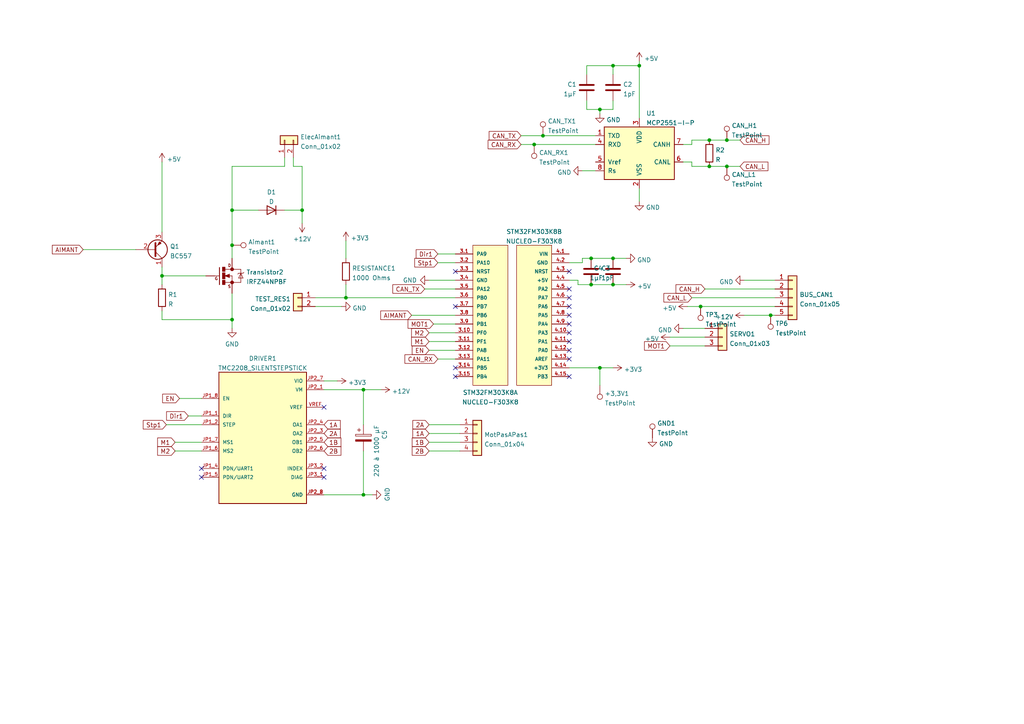
<source format=kicad_sch>
(kicad_sch (version 20211123) (generator eeschema)
  (paper "A4")
  (lib_symbols
    (symbol "Connector:TestPoint" (pin_numbers hide) (pin_names (offset 0.762) hide)
      (property "Reference" "TP" (at 0 6.858 0))
      (property "Value" "TestPoint" (at 0 5.08 0))
      (symbol "TestPoint_0_1"
        (circle (center 0 3.302) (radius 0.762))
      )
      (symbol "TestPoint_1_1"
        (pin passive line (at 0 0 90) (length 2.54) (name "1") (number "1"))
      )
    )
    (symbol "Connector_Generic:Conn_01x02" (pin_names (offset 1.016) hide)
      (property "Reference" "J" (at 0 2.54 0))
      (property "Value" "Conn_01x02" (at 0 -5.08 0))
      (symbol "Conn_01x02_1_1"
        (rectangle (start -1.27 -2.413) (end 0 -2.667) (stroke (width 0.1524)))
        (rectangle (start -1.27 0.127) (end 0 -0.127) (stroke (width 0.1524)))
        (rectangle (start -1.27 1.27) (end 1.27 -3.81) (stroke (width 0.254)) (fill (type background)))
        (pin passive line (at -5.08 0 0) (length 3.81) (name "Pin_1") (number "1"))
        (pin passive line (at -5.08 -2.54 0) (length 3.81) (name "Pin_2") (number "2"))
      )
    )
    (symbol "Connector_Generic:Conn_01x03" (pin_names (offset 1.016) hide)
      (property "Reference" "J" (at 0 5.08 0))
      (property "Value" "Conn_01x03" (at 0 -5.08 0))
      (symbol "Conn_01x03_1_1"
        (rectangle (start -1.27 -2.413) (end 0 -2.667) (stroke (width 0.1524)))
        (rectangle (start -1.27 0.127) (end 0 -0.127) (stroke (width 0.1524)))
        (rectangle (start -1.27 2.667) (end 0 2.413) (stroke (width 0.1524)))
        (rectangle (start -1.27 3.81) (end 1.27 -3.81) (stroke (width 0.254)) (fill (type background)))
        (pin passive line (at -5.08 2.54 0) (length 3.81) (name "Pin_1") (number "1"))
        (pin passive line (at -5.08 0 0) (length 3.81) (name "Pin_2") (number "2"))
        (pin passive line (at -5.08 -2.54 0) (length 3.81) (name "Pin_3") (number "3"))
      )
    )
    (symbol "Connector_Generic:Conn_01x04" (pin_names (offset 1.016) hide)
      (property "Reference" "J" (at 0 5.08 0))
      (property "Value" "Conn_01x04" (at 0 -7.62 0))
      (symbol "Conn_01x04_1_1"
        (rectangle (start -1.27 -4.953) (end 0 -5.207) (stroke (width 0.1524)))
        (rectangle (start -1.27 -2.413) (end 0 -2.667) (stroke (width 0.1524)))
        (rectangle (start -1.27 0.127) (end 0 -0.127) (stroke (width 0.1524)))
        (rectangle (start -1.27 2.667) (end 0 2.413) (stroke (width 0.1524)))
        (rectangle (start -1.27 3.81) (end 1.27 -6.35) (stroke (width 0.254)) (fill (type background)))
        (pin passive line (at -5.08 2.54 0) (length 3.81) (name "Pin_1") (number "1"))
        (pin passive line (at -5.08 0 0) (length 3.81) (name "Pin_2") (number "2"))
        (pin passive line (at -5.08 -2.54 0) (length 3.81) (name "Pin_3") (number "3"))
        (pin passive line (at -5.08 -5.08 0) (length 3.81) (name "Pin_4") (number "4"))
      )
    )
    (symbol "Connector_Generic:Conn_01x05" (pin_names (offset 1.016) hide)
      (property "Reference" "J" (at 0 7.62 0))
      (property "Value" "Conn_01x05" (at 0 -7.62 0))
      (symbol "Conn_01x05_1_1"
        (rectangle (start -1.27 -4.953) (end 0 -5.207) (stroke (width 0.1524)))
        (rectangle (start -1.27 -2.413) (end 0 -2.667) (stroke (width 0.1524)))
        (rectangle (start -1.27 0.127) (end 0 -0.127) (stroke (width 0.1524)))
        (rectangle (start -1.27 2.667) (end 0 2.413) (stroke (width 0.1524)))
        (rectangle (start -1.27 5.207) (end 0 4.953) (stroke (width 0.1524)))
        (rectangle (start -1.27 6.35) (end 1.27 -6.35) (stroke (width 0.254)) (fill (type background)))
        (pin passive line (at -5.08 5.08 0) (length 3.81) (name "Pin_1") (number "1"))
        (pin passive line (at -5.08 2.54 0) (length 3.81) (name "Pin_2") (number "2"))
        (pin passive line (at -5.08 0 0) (length 3.81) (name "Pin_3") (number "3"))
        (pin passive line (at -5.08 -2.54 0) (length 3.81) (name "Pin_4") (number "4"))
        (pin passive line (at -5.08 -5.08 0) (length 3.81) (name "Pin_5") (number "5"))
      )
    )
    (symbol "Device:C" (pin_numbers hide) (pin_names (offset 0.254))
      (property "Reference" "C" (at 0.635 2.54 0))
      (property "Value" "C" (at 0.635 -2.54 0))
      (symbol "C_0_1"
        (polyline (pts (xy -2.032 -0.762) (xy 2.032 -0.762)) (stroke (width 0.508)))
        (polyline (pts (xy -2.032 0.762) (xy 2.032 0.762)) (stroke (width 0.508)))
      )
      (symbol "C_1_1"
        (pin passive line (at 0 3.81 270) (length 2.794) (name "~") (number "1"))
        (pin passive line (at 0 -3.81 90) (length 2.794) (name "~") (number "2"))
      )
    )
    (symbol "Device:C_Polarized" (pin_numbers hide) (pin_names (offset 0.254))
      (property "Reference" "C" (at 0.635 2.54 0))
      (property "Value" "C_Polarized" (at 0.635 -2.54 0))
      (symbol "C_Polarized_0_1"
        (rectangle (start -2.286 0.508) (end 2.286 1.016))
        (polyline (pts (xy -1.778 2.286) (xy -0.762 2.286)))
        (polyline (pts (xy -1.27 2.794) (xy -1.27 1.778)))
        (rectangle (start 2.286 -0.508) (end -2.286 -1.016) (fill (type outline)))
      )
      (symbol "C_Polarized_1_1"
        (pin passive line (at 0 3.81 270) (length 2.794) (name "~") (number "1"))
        (pin passive line (at 0 -3.81 90) (length 2.794) (name "~") (number "2"))
      )
    )
    (symbol "Device:D" (pin_numbers hide) (pin_names (offset 1.016) hide)
      (property "Reference" "D" (at 0 2.54 0))
      (property "Value" "D" (at 0 -2.54 0))
      (symbol "D_0_1"
        (polyline (pts (xy -1.27 1.27) (xy -1.27 -1.27)) (stroke (width 0.254)))
        (polyline (pts (xy 1.27 0) (xy -1.27 0)))
        (polyline (pts (xy 1.27 1.27) (xy 1.27 -1.27) (xy -1.27 0) (xy 1.27 1.27)) (stroke (width 0.254)))
      )
      (symbol "D_1_1"
        (pin passive line (at -3.81 0 0) (length 2.54) (name "K") (number "1"))
        (pin passive line (at 3.81 0 180) (length 2.54) (name "A") (number "2"))
      )
    )
    (symbol "Device:R" (pin_numbers hide) (pin_names (offset 0))
      (property "Reference" "R" (at 2.032 0 90))
      (property "Value" "R" (at 0 0 90))
      (symbol "R_0_1"
        (rectangle (start -1.016 -2.54) (end 1.016 2.54) (stroke (width 0.254)))
      )
      (symbol "R_1_1"
        (pin passive line (at 0 3.81 270) (length 1.27) (name "~") (number "1"))
        (pin passive line (at 0 -3.81 90) (length 1.27) (name "~") (number "2"))
      )
    )
    (symbol "IRFZ44NPBF:IRFZ44NPBF" (pin_numbers hide) (pin_names (offset 1.016) hide)
      (property "Reference" "U" (at 5.08 2.54 0))
      (property "Value" "IRFZ44NPBF" (at 5.08 0 0))
      (symbol "IRFZ44NPBF_0_0"
        (rectangle (start -2.794 -2.54) (end -2.032 -1.27) (fill (type outline)))
        (rectangle (start -2.794 -0.889) (end -2.032 0.889) (fill (type outline)))
        (rectangle (start -2.794 1.27) (end -2.032 2.54) (fill (type outline)))
        (circle (center 0 -1.905) (radius 0.127) (stroke (width 0.4064)))
        (polyline (pts (xy -3.81 0) (xy -5.08 0)) (stroke (width 0.1524)))
        (polyline (pts (xy -3.6576 2.413) (xy -3.6576 -2.54)) (stroke (width 0.254)))
        (polyline (pts (xy -2.032 -1.905) (xy 0 -1.905)) (stroke (width 0.1524)))
        (polyline (pts (xy -2.032 0) (xy -0.762 -0.508)) (stroke (width 0.1524)))
        (polyline (pts (xy -1.778 0) (xy -0.889 -0.254)) (stroke (width 0.3048)))
        (polyline (pts (xy -0.889 -0.254) (xy -0.889 0)) (stroke (width 0.3048)))
        (polyline (pts (xy -0.889 0) (xy -1.143 0)) (stroke (width 0.3048)))
        (polyline (pts (xy -0.889 0) (xy 0 0)) (stroke (width 0.1524)))
        (polyline (pts (xy -0.889 0.254) (xy -1.778 0)) (stroke (width 0.3048)))
        (polyline (pts (xy -0.762 -0.508) (xy -0.762 0.508)) (stroke (width 0.1524)))
        (polyline (pts (xy -0.762 0.508) (xy -2.032 0)) (stroke (width 0.1524)))
        (polyline (pts (xy 0 -1.905) (xy 0 -2.54)) (stroke (width 0.1524)))
        (polyline (pts (xy 0 0) (xy 0 -1.905)) (stroke (width 0.1524)))
        (polyline (pts (xy 0 1.905) (xy -2.0066 1.905)) (stroke (width 0.1524)))
        (polyline (pts (xy 0 1.905) (xy 2.54 1.905)) (stroke (width 0.1524)))
        (polyline (pts (xy 0 2.54) (xy 0 1.905)) (stroke (width 0.1524)))
        (polyline (pts (xy 1.905 -0.635) (xy 3.175 -0.635)) (stroke (width 0.1524)))
        (polyline (pts (xy 1.905 0.762) (xy 1.651 0.508)) (stroke (width 0.1524)))
        (polyline (pts (xy 1.905 0.762) (xy 2.54 0.762)) (stroke (width 0.1524)))
        (polyline (pts (xy 2.54 -1.905) (xy 0 -1.905)) (stroke (width 0.1524)))
        (polyline (pts (xy 2.54 0.762) (xy 1.905 -0.635)) (stroke (width 0.1524)))
        (polyline (pts (xy 2.54 0.762) (xy 2.54 -1.905)) (stroke (width 0.1524)))
        (polyline (pts (xy 2.54 0.762) (xy 3.175 0.762)) (stroke (width 0.1524)))
        (polyline (pts (xy 2.54 1.905) (xy 2.54 0.762)) (stroke (width 0.1524)))
        (polyline (pts (xy 3.175 -0.635) (xy 2.54 0.762)) (stroke (width 0.1524)))
        (polyline (pts (xy 3.175 0.762) (xy 3.429 1.016)) (stroke (width 0.1524)))
        (circle (center 0 1.905) (radius 0.127) (stroke (width 0.4064)))
        (text "D" (at -1.27 2.54 0) (effects (font (size 0.8128 0.8128)) (justify left bottom)))
        (text "G" (at -5.08 -1.27 0) (effects (font (size 0.8128 0.8128)) (justify left bottom)))
        (text "S" (at -1.27 -3.556 0) (effects (font (size 0.8128 0.8128)) (justify left bottom)))
        (pin passive line (at -7.62 0 0) (length 2.54) (name "~") (number "1"))
        (pin passive line (at 0 5.08 270) (length 2.54) (name "~") (number "2"))
        (pin passive line (at 0 -5.08 90) (length 2.54) (name "~") (number "3"))
      )
    )
    (symbol "Interface_CAN_LIN:MCP2551-I-P" (pin_names (offset 1.016))
      (property "Reference" "U" (at -10.16 8.89 0))
      (property "Value" "MCP2551-I-P" (at 2.54 8.89 0))
      (symbol "MCP2551-I-P_0_1"
        (rectangle (start -10.16 7.62) (end 10.16 -7.62) (stroke (width 0.254)) (fill (type background)))
      )
      (symbol "MCP2551-I-P_1_1"
        (pin input line (at -12.7 5.08 0) (length 2.54) (name "TXD") (number "1"))
        (pin power_in line (at 0 -10.16 90) (length 2.54) (name "VSS") (number "2"))
        (pin power_in line (at 0 10.16 270) (length 2.54) (name "VDD") (number "3"))
        (pin output line (at -12.7 2.54 0) (length 2.54) (name "RXD") (number "4"))
        (pin power_out line (at -12.7 -2.54 0) (length 2.54) (name "Vref") (number "5"))
        (pin bidirectional line (at 12.7 -2.54 180) (length 2.54) (name "CANL") (number "6"))
        (pin bidirectional line (at 12.7 2.54 180) (length 2.54) (name "CANH") (number "7"))
        (pin input line (at -12.7 -5.08 0) (length 2.54) (name "Rs") (number "8"))
      )
    )
    (symbol "NUCLEO-F303K8:NUCLEO-F303K8" (pin_names (offset 1.016))
      (property "Reference" "A" (at -5.08 20.8534 0))
      (property "Value" "NUCLEO-F303K8" (at -5.08 -22.6314 0))
      (symbol "NUCLEO-F303K8_1_0"
        (rectangle (start -5.08 -20.32) (end 5.08 20.32) (stroke (width 0.1524)) (fill (type background)))
        (pin bidirectional line (at 10.16 17.78 180) (length 5.08) (name "PA9") (number "3.1"))
        (pin bidirectional line (at 10.16 -5.08 180) (length 5.08) (name "PF0") (number "3.10"))
        (pin bidirectional line (at 10.16 -7.62 180) (length 5.08) (name "PF1") (number "3.11"))
        (pin bidirectional line (at 10.16 -10.16 180) (length 5.08) (name "PA8") (number "3.12"))
        (pin bidirectional line (at 10.16 -12.7 180) (length 5.08) (name "PA11") (number "3.13"))
        (pin bidirectional line (at 10.16 -15.24 180) (length 5.08) (name "PB5") (number "3.14"))
        (pin bidirectional line (at 10.16 -17.78 180) (length 5.08) (name "PB4") (number "3.15"))
        (pin bidirectional line (at 10.16 15.24 180) (length 5.08) (name "PA10") (number "3.2"))
        (pin bidirectional line (at 10.16 12.7 180) (length 5.08) (name "NRST") (number "3.3"))
        (pin bidirectional line (at 10.16 10.16 180) (length 5.08) (name "GND") (number "3.4"))
        (pin bidirectional line (at 10.16 7.62 180) (length 5.08) (name "PA12") (number "3.5"))
        (pin bidirectional line (at 10.16 5.08 180) (length 5.08) (name "PB0") (number "3.6"))
        (pin bidirectional line (at 10.16 2.54 180) (length 5.08) (name "PB7") (number "3.7"))
        (pin bidirectional line (at 10.16 0 180) (length 5.08) (name "PB6") (number "3.8"))
        (pin bidirectional line (at 10.16 -2.54 180) (length 5.08) (name "PB1") (number "3.9"))
      )
      (symbol "NUCLEO-F303K8_2_0"
        (rectangle (start -5.08 -20.32) (end 5.08 20.32) (stroke (width 0.1524)) (fill (type background)))
        (pin bidirectional line (at 10.16 17.78 180) (length 5.08) (name "VIN") (number "4.1"))
        (pin bidirectional line (at 10.16 -5.08 180) (length 5.08) (name "PA3") (number "4.10"))
        (pin bidirectional line (at 10.16 -7.62 180) (length 5.08) (name "PA1") (number "4.11"))
        (pin bidirectional line (at 10.16 -10.16 180) (length 5.08) (name "PA0") (number "4.12"))
        (pin bidirectional line (at 10.16 -12.7 180) (length 5.08) (name "AREF") (number "4.13"))
        (pin bidirectional line (at 10.16 -15.24 180) (length 5.08) (name "+3V3") (number "4.14"))
        (pin bidirectional line (at 10.16 -17.78 180) (length 5.08) (name "PB3") (number "4.15"))
        (pin bidirectional line (at 10.16 15.24 180) (length 5.08) (name "GND") (number "4.2"))
        (pin bidirectional line (at 10.16 12.7 180) (length 5.08) (name "NRST") (number "4.3"))
        (pin bidirectional line (at 10.16 10.16 180) (length 5.08) (name "+5V") (number "4.4"))
        (pin bidirectional line (at 10.16 7.62 180) (length 5.08) (name "PA2") (number "4.5"))
        (pin bidirectional line (at 10.16 5.08 180) (length 5.08) (name "PA7") (number "4.6"))
        (pin bidirectional line (at 10.16 2.54 180) (length 5.08) (name "PA6") (number "4.7"))
        (pin bidirectional line (at 10.16 0 180) (length 5.08) (name "PA5") (number "4.8"))
        (pin bidirectional line (at 10.16 -2.54 180) (length 5.08) (name "PA4") (number "4.9"))
      )
    )
    (symbol "TMC2208_SILENTSTEPSTICK:TMC2208_SILENTSTEPSTICK" (pin_names (offset 1.016))
      (property "Reference" "U" (at -12.7 19.05 0))
      (property "Value" "TMC2208_SILENTSTEPSTICK" (at -12.7 -22.86 0))
      (symbol "TMC2208_SILENTSTEPSTICK_0_0"
        (rectangle (start -12.7 -20.32) (end 12.7 17.78) (stroke (width 0.254)) (fill (type background)))
        (pin input line (at -17.78 5.08 0) (length 5.08) (name "DIR") (number "JP1_1"))
        (pin input line (at -17.78 2.54 0) (length 5.08) (name "STEP") (number "JP1_2"))
        (pin bidirectional line (at -17.78 -10.16 0) (length 5.08) (name "PDN/UART1") (number "JP1_4"))
        (pin bidirectional line (at -17.78 -12.7 0) (length 5.08) (name "PDN/UART2") (number "JP1_5"))
        (pin input line (at -17.78 -5.08 0) (length 5.08) (name "MS2") (number "JP1_6"))
        (pin input line (at -17.78 -2.54 0) (length 5.08) (name "MS1") (number "JP1_7"))
        (pin input line (at -17.78 10.16 0) (length 5.08) (name "EN") (number "JP1_8"))
        (pin power_in line (at 17.78 12.7 180) (length 5.08) (name "VM") (number "JP2_1"))
        (pin power_in line (at 17.78 -17.78 180) (length 5.08) (name "GND") (number "JP2_2"))
        (pin passive line (at 17.78 0 180) (length 5.08) (name "OA2") (number "JP2_3"))
        (pin passive line (at 17.78 2.54 180) (length 5.08) (name "OA1") (number "JP2_4"))
        (pin passive line (at 17.78 -2.54 180) (length 5.08) (name "OB1") (number "JP2_5"))
        (pin passive line (at 17.78 -5.08 180) (length 5.08) (name "OB2") (number "JP2_6"))
        (pin power_in line (at 17.78 15.24 180) (length 5.08) (name "VIO") (number "JP2_7"))
        (pin power_in line (at 17.78 -17.78 180) (length 5.08) (name "GND") (number "JP2_8"))
        (pin output line (at 17.78 -12.7 180) (length 5.08) (name "DIAG") (number "JP3_1"))
        (pin output line (at 17.78 -10.16 180) (length 5.08) (name "INDEX") (number "JP3_2"))
        (pin passive line (at 17.78 7.62 180) (length 5.08) (name "VREF") (number "VREF"))
      )
    )
    (symbol "Transistor_BJT:BC557" (pin_names (offset 0) hide)
      (property "Reference" "Q" (at 5.08 1.905 0))
      (property "Value" "BC557" (at 5.08 0 0))
      (symbol "BC557_0_1"
        (polyline (pts (xy 0.635 0.635) (xy 2.54 2.54)))
        (polyline (pts (xy 0.635 -0.635) (xy 2.54 -2.54) (xy 2.54 -2.54)))
        (polyline (pts (xy 0.635 1.905) (xy 0.635 -1.905) (xy 0.635 -1.905)) (stroke (width 0.508)))
        (polyline (pts (xy 2.286 -1.778) (xy 1.778 -2.286) (xy 1.27 -1.27) (xy 2.286 -1.778) (xy 2.286 -1.778)) (fill (type outline)))
        (circle (center 1.27 0) (radius 2.8194) (stroke (width 0.254)))
      )
      (symbol "BC557_1_1"
        (pin passive line (at 2.54 5.08 270) (length 2.54) (name "C") (number "1"))
        (pin input line (at -5.08 0 0) (length 5.715) (name "B") (number "2"))
        (pin passive line (at 2.54 -5.08 90) (length 2.54) (name "E") (number "3"))
      )
    )
    (symbol "power:+12V" (power) (pin_names (offset 0))
      (property "Value" "+12V" (at 0 3.556 0))
      (symbol "+12V_0_1"
        (polyline (pts (xy -0.762 1.27) (xy 0 2.54)))
        (polyline (pts (xy 0 0) (xy 0 2.54)))
        (polyline (pts (xy 0 2.54) (xy 0.762 1.27)))
      )
      (symbol "+12V_1_1"
        (pin power_in line (at 0 0 90) (length 0) hide (name "+12V") (number "1"))
      )
    )
    (symbol "power:+3.3V" (power) (pin_names (offset 0))
      (property "Value" "+3.3V" (at 0 3.556 0))
      (symbol "+3.3V_0_1"
        (polyline (pts (xy -0.762 1.27) (xy 0 2.54)))
        (polyline (pts (xy 0 0) (xy 0 2.54)))
        (polyline (pts (xy 0 2.54) (xy 0.762 1.27)))
      )
      (symbol "+3.3V_1_1"
        (pin power_in line (at 0 0 90) (length 0) hide (name "+3V3") (number "1"))
      )
    )
    (symbol "power:+5V" (power) (pin_names (offset 0))
      (property "Value" "+5V" (at 0 3.556 0))
      (symbol "+5V_0_1"
        (polyline (pts (xy -0.762 1.27) (xy 0 2.54)))
        (polyline (pts (xy 0 0) (xy 0 2.54)))
        (polyline (pts (xy 0 2.54) (xy 0.762 1.27)))
      )
      (symbol "+5V_1_1"
        (pin power_in line (at 0 0 90) (length 0) hide (name "+5V") (number "1"))
      )
    )
    (symbol "power:GND" (power) (pin_names (offset 0))
      (property "Value" "GND" (at 0 -3.81 0))
      (symbol "GND_0_1"
        (polyline (pts (xy 0 0) (xy 0 -1.27) (xy 1.27 -1.27) (xy 0 -2.54) (xy -1.27 -1.27) (xy 0 -1.27)))
      )
      (symbol "GND_1_1"
        (pin power_in line (at 0 0 270) (length 0) hide (name "GND") (number "1"))
      )
    )
  )
  (junction (at 210.82 48.26))
  (junction (at 203.2 88.9))
  (junction (at 177.8 82.55))
  (junction (at 205.74 40.64))
  (junction (at 177.8 74.93))
  (junction (at 67.31 60.96))
  (junction (at 205.74 48.26))
  (junction (at 105.41 143.51))
  (junction (at 100.33 86.36))
  (junction (at 67.31 71.12))
  (junction (at 171.45 82.55))
  (junction (at 177.8 19.05))
  (junction (at 173.99 31.75))
  (junction (at 210.82 40.64))
  (junction (at 157.48 39.37))
  (junction (at 223.52 91.44))
  (junction (at 105.41 113.03))
  (junction (at 46.99 80.01))
  (junction (at 185.42 19.05))
  (junction (at 173.99 106.68))
  (junction (at 67.31 92.71))
  (junction (at 87.63 60.96))
  (junction (at 171.45 74.93))
  (junction (at 154.94 41.91))
  (no_connect (at 165.1 83.82))
  (no_connect (at 165.1 86.36))
  (no_connect (at 132.08 78.74))
  (no_connect (at 132.08 88.9))
  (no_connect (at 132.08 106.68))
  (no_connect (at 132.08 109.22))
  (no_connect (at 58.42 135.89))
  (no_connect (at 93.98 135.89))
  (no_connect (at 93.98 138.43))
  (no_connect (at 93.98 118.11))
  (no_connect (at 165.1 88.9))
  (no_connect (at 165.1 91.44))
  (no_connect (at 165.1 93.98))
  (no_connect (at 165.1 96.52))
  (no_connect (at 165.1 99.06))
  (no_connect (at 165.1 101.6))
  (no_connect (at 165.1 78.74))
  (no_connect (at 165.1 104.14))
  (no_connect (at 165.1 109.22))
  (no_connect (at 58.42 138.43))
  (wire (pts (xy 203.2 88.9) (xy 224.79 88.9)))
  (wire (pts (xy 127 73.66) (xy 132.08 73.66)))
  (wire (pts (xy 171.45 74.93) (xy 177.8 74.93)))
  (wire (pts (xy 124.46 96.52) (xy 132.08 96.52)))
  (wire (pts (xy 124.46 125.73) (xy 133.35 125.73)))
  (wire (pts (xy 154.94 41.91) (xy 172.72 41.91)))
  (wire (pts (xy 67.31 71.12) (xy 67.31 74.93)))
  (wire (pts (xy 127 104.14) (xy 132.08 104.14)))
  (wire (pts (xy 200.66 41.91) (xy 200.66 40.64)))
  (wire (pts (xy 204.47 83.82) (xy 224.79 83.82)))
  (wire (pts (xy 170.18 29.21) (xy 170.18 31.75)))
  (wire (pts (xy 194.31 97.79) (xy 204.47 97.79)))
  (wire (pts (xy 91.44 86.36) (xy 100.33 86.36)))
  (wire (pts (xy 100.33 86.36) (xy 132.08 86.36)))
  (wire (pts (xy 173.99 31.75) (xy 173.99 33.02)))
  (wire (pts (xy 119.38 91.44) (xy 132.08 91.44)))
  (wire (pts (xy 87.63 48.26) (xy 87.63 60.96)))
  (wire (pts (xy 200.66 40.64) (xy 205.74 40.64)))
  (wire (pts (xy 170.18 19.05) (xy 177.8 19.05)))
  (wire (pts (xy 165.1 106.68) (xy 173.99 106.68)))
  (wire (pts (xy 85.09 48.26) (xy 87.63 48.26)))
  (wire (pts (xy 124.46 101.6) (xy 132.08 101.6)))
  (wire (pts (xy 200.66 48.26) (xy 205.74 48.26)))
  (wire (pts (xy 105.41 143.51) (xy 107.95 143.51)))
  (wire (pts (xy 46.99 90.17) (xy 46.99 92.71)))
  (wire (pts (xy 205.74 40.64) (xy 210.82 40.64)))
  (wire (pts (xy 177.8 29.21) (xy 177.8 31.75)))
  (wire (pts (xy 185.42 17.78) (xy 185.42 19.05)))
  (wire (pts (xy 123.19 83.82) (xy 132.08 83.82)))
  (wire (pts (xy 52.07 115.57) (xy 58.42 115.57)))
  (wire (pts (xy 67.31 85.09) (xy 67.31 92.71)))
  (wire (pts (xy 67.31 60.96) (xy 74.93 60.96)))
  (wire (pts (xy 223.52 91.44) (xy 224.79 91.44)))
  (wire (pts (xy 168.91 74.93) (xy 171.45 74.93)))
  (wire (pts (xy 46.99 46.99) (xy 46.99 67.31)))
  (wire (pts (xy 151.13 41.91) (xy 154.94 41.91)))
  (wire (pts (xy 198.12 41.91) (xy 200.66 41.91)))
  (wire (pts (xy 46.99 80.01) (xy 46.99 82.55)))
  (wire (pts (xy 125.73 93.98) (xy 132.08 93.98)))
  (wire (pts (xy 210.82 48.26) (xy 214.63 48.26)))
  (wire (pts (xy 165.1 76.2) (xy 168.91 76.2)))
  (wire (pts (xy 199.39 88.9) (xy 203.2 88.9)))
  (wire (pts (xy 67.31 60.96) (xy 67.31 71.12)))
  (wire (pts (xy 93.98 143.51) (xy 105.41 143.51)))
  (wire (pts (xy 85.09 45.72) (xy 85.09 48.26)))
  (wire (pts (xy 210.82 40.64) (xy 214.63 40.64)))
  (wire (pts (xy 185.42 54.61) (xy 185.42 58.42)))
  (wire (pts (xy 177.8 19.05) (xy 177.8 21.59)))
  (wire (pts (xy 167.64 81.28) (xy 167.64 82.55)))
  (wire (pts (xy 100.33 82.55) (xy 100.33 86.36)))
  (wire (pts (xy 157.48 39.37) (xy 172.72 39.37)))
  (wire (pts (xy 177.8 19.05) (xy 185.42 19.05)))
  (wire (pts (xy 168.91 76.2) (xy 168.91 74.93)))
  (wire (pts (xy 165.1 81.28) (xy 167.64 81.28)))
  (wire (pts (xy 198.12 95.25) (xy 204.47 95.25)))
  (wire (pts (xy 67.31 92.71) (xy 67.31 95.25)))
  (wire (pts (xy 105.41 113.03) (xy 105.41 123.19)))
  (wire (pts (xy 215.9 91.44) (xy 223.52 91.44)))
  (wire (pts (xy 171.45 82.55) (xy 177.8 82.55)))
  (wire (pts (xy 46.99 92.71) (xy 67.31 92.71)))
  (wire (pts (xy 124.46 99.06) (xy 132.08 99.06)))
  (wire (pts (xy 185.42 19.05) (xy 185.42 34.29)))
  (wire (pts (xy 105.41 113.03) (xy 110.49 113.03)))
  (wire (pts (xy 50.8 130.81) (xy 58.42 130.81)))
  (wire (pts (xy 173.99 31.75) (xy 177.8 31.75)))
  (wire (pts (xy 82.55 60.96) (xy 87.63 60.96)))
  (wire (pts (xy 173.99 106.68) (xy 173.99 111.76)))
  (wire (pts (xy 54.61 120.65) (xy 58.42 120.65)))
  (wire (pts (xy 124.46 130.81) (xy 133.35 130.81)))
  (wire (pts (xy 200.66 86.36) (xy 224.79 86.36)))
  (wire (pts (xy 170.18 31.75) (xy 173.99 31.75)))
  (wire (pts (xy 100.33 69.85) (xy 100.33 74.93)))
  (wire (pts (xy 67.31 60.96) (xy 67.31 48.26)))
  (wire (pts (xy 170.18 21.59) (xy 170.18 19.05)))
  (wire (pts (xy 205.74 48.26) (xy 210.82 48.26)))
  (wire (pts (xy 177.8 74.93) (xy 181.61 74.93)))
  (wire (pts (xy 67.31 48.26) (xy 82.55 48.26)))
  (wire (pts (xy 198.12 46.99) (xy 200.66 46.99)))
  (wire (pts (xy 173.99 106.68) (xy 177.8 106.68)))
  (wire (pts (xy 124.46 128.27) (xy 133.35 128.27)))
  (wire (pts (xy 124.46 123.19) (xy 133.35 123.19)))
  (wire (pts (xy 50.8 128.27) (xy 58.42 128.27)))
  (wire (pts (xy 200.66 46.99) (xy 200.66 48.26)))
  (wire (pts (xy 151.13 39.37) (xy 157.48 39.37)))
  (wire (pts (xy 194.31 100.33) (xy 204.47 100.33)))
  (wire (pts (xy 24.13 72.39) (xy 39.37 72.39)))
  (wire (pts (xy 87.63 60.96) (xy 87.63 64.77)))
  (wire (pts (xy 168.91 49.53) (xy 172.72 49.53)))
  (wire (pts (xy 93.98 113.03) (xy 105.41 113.03)))
  (wire (pts (xy 167.64 82.55) (xy 171.45 82.55)))
  (wire (pts (xy 105.41 130.81) (xy 105.41 143.51)))
  (wire (pts (xy 127 76.2) (xy 132.08 76.2)))
  (wire (pts (xy 215.9 81.28) (xy 224.79 81.28)))
  (wire (pts (xy 46.99 80.01) (xy 59.69 80.01)))
  (wire (pts (xy 124.46 81.28) (xy 132.08 81.28)))
  (wire (pts (xy 46.99 77.47) (xy 46.99 80.01)))
  (wire (pts (xy 99.06 88.9) (xy 91.44 88.9)))
  (wire (pts (xy 93.98 110.49) (xy 97.79 110.49)))
  (wire (pts (xy 48.26 123.19) (xy 58.42 123.19)))
  (wire (pts (xy 177.8 82.55) (xy 181.61 82.55)))
  (wire (pts (xy 82.55 45.72) (xy 82.55 48.26)))
  (global_label "2A" (shape input) (at 124.46 123.19 180) (property "Intersheet References" "${INTERSHEET_REFS}" (effects hide)))
  (global_label "1B" (shape input) (at 93.98 128.27 0) (property "Intersheet References" "${INTERSHEET_REFS}" (effects hide)))
  (global_label "MOT1" (shape input) (at 194.31 100.33 180) (property "Intersheet References" "${INTERSHEET_REFS}" (effects hide)))
  (global_label "2B" (shape input) (at 93.98 130.81 0) (property "Intersheet References" "${INTERSHEET_REFS}" (effects hide)))
  (global_label "Stp1" (shape input) (at 48.26 123.19 180) (property "Intersheet References" "${INTERSHEET_REFS}" (effects hide)))
  (global_label "Dir1" (shape input) (at 127 73.66 180) (property "Intersheet References" "${INTERSHEET_REFS}" (effects hide)))
  (global_label "CAN_L" (shape input) (at 214.63 48.26 0) (property "Intersheet References" "${INTERSHEET_REFS}" (effects hide)))
  (global_label "M2" (shape input) (at 124.46 96.52 180) (property "Intersheet References" "${INTERSHEET_REFS}" (effects hide)))
  (global_label "CAN_RX" (shape input) (at 127 104.14 180) (property "Intersheet References" "${INTERSHEET_REFS}" (effects hide)))
  (global_label "CAN_TX" (shape input) (at 151.13 39.37 180) (property "Intersheet References" "${INTERSHEET_REFS}" (effects hide)))
  (global_label "2B" (shape input) (at 124.46 130.81 180) (property "Intersheet References" "${INTERSHEET_REFS}" (effects hide)))
  (global_label "M1" (shape input) (at 124.46 99.06 180) (property "Intersheet References" "${INTERSHEET_REFS}" (effects hide)))
  (global_label "CAN_L" (shape input) (at 200.66 86.36 180) (property "Intersheet References" "${INTERSHEET_REFS}" (effects hide)))
  (global_label "CAN_TX" (shape input) (at 123.19 83.82 180) (property "Intersheet References" "${INTERSHEET_REFS}" (effects hide)))
  (global_label "CAN_H" (shape input) (at 204.47 83.82 180) (property "Intersheet References" "${INTERSHEET_REFS}" (effects hide)))
  (global_label "AIMANT" (shape input) (at 24.13 72.39 180) (property "Intersheet References" "${INTERSHEET_REFS}" (effects hide)))
  (global_label "EN" (shape input) (at 52.07 115.57 180) (property "Intersheet References" "${INTERSHEET_REFS}" (effects hide)))
  (global_label "Stp1" (shape input) (at 127 76.2 180) (property "Intersheet References" "${INTERSHEET_REFS}" (effects hide)))
  (global_label "1B" (shape input) (at 124.46 128.27 180) (property "Intersheet References" "${INTERSHEET_REFS}" (effects hide)))
  (global_label "2A" (shape input) (at 93.98 125.73 0) (property "Intersheet References" "${INTERSHEET_REFS}" (effects hide)))
  (global_label "M2" (shape input) (at 50.8 130.81 180) (property "Intersheet References" "${INTERSHEET_REFS}" (effects hide)))
  (global_label "MOT1" (shape input) (at 125.73 93.98 180) (property "Intersheet References" "${INTERSHEET_REFS}" (effects hide)))
  (global_label "CAN_RX" (shape input) (at 151.13 41.91 180) (property "Intersheet References" "${INTERSHEET_REFS}" (effects hide)))
  (global_label "M1" (shape input) (at 50.8 128.27 180) (property "Intersheet References" "${INTERSHEET_REFS}" (effects hide)))
  (global_label "Dir1" (shape input) (at 54.61 120.65 180) (property "Intersheet References" "${INTERSHEET_REFS}" (effects hide)))
  (global_label "CAN_H" (shape input) (at 214.63 40.64 0) (property "Intersheet References" "${INTERSHEET_REFS}" (effects hide)))
  (global_label "AIMANT" (shape input) (at 119.38 91.44 180) (property "Intersheet References" "${INTERSHEET_REFS}" (effects hide)))
  (global_label "1A" (shape input) (at 124.46 125.73 180) (property "Intersheet References" "${INTERSHEET_REFS}" (effects hide)))
  (global_label "EN" (shape input) (at 124.46 101.6 180) (property "Intersheet References" "${INTERSHEET_REFS}" (effects hide)))
  (global_label "1A" (shape input) (at 93.98 123.19 0) (property "Intersheet References" "${INTERSHEET_REFS}" (effects hide)))
  (symbol (lib_id "Device:C") (at 177.8 78.74 0) (unit 1)
    (property "Reference" "C4" (at 174.879 77.8315 0) (effects (justify right)))
    (property "Value" "1µF" (at 174.879 80.6066 0) (effects (justify right)))
    (property "Footprint" "Capacitor_SMD:C_1206_3216Metric" (effects hide))
  )
  (symbol (lib_id "Connector:TestPoint") (at 223.52 91.44 180) (unit 1)
    (property "Reference" "TP6" (at 224.917 93.8335 0) (effects (justify right)))
    (property "Value" "TestPoint" (at 224.917 96.6086 0) (effects (justify right)))
    (property "Footprint" "TestPoint:TestPoint_Pad_D2.0mm" (effects hide))
  )
  (symbol (lib_id "Device:C") (at 177.8 25.4 0) (unit 1)
    (property "Reference" "C2" (at 180.721 24.4915 0) (effects (justify left)))
    (property "Value" "1pF" (at 180.721 27.2666 0) (effects (justify left)))
    (property "Footprint" "Capacitor_SMD:C_1206_3216Metric" (effects hide))
  )
  (symbol (lib_id "power:+5V") (at 199.39 88.9 90) (mirror x) (unit 1)
    (property "Reference" "#PWR0120" (effects hide))
    (property "Value" "+5V" (at 196.2151 89.379 90) (effects (justify left)))
  )
  (symbol (lib_id "power:GND") (at 189.23 127 0) (unit 1)
    (property "Reference" "#PWR0122" (effects hide))
    (property "Value" "GND" (at 191.135 128.749 0) (effects (justify left)))
  )
  (symbol (lib_id "Connector_Generic:Conn_01x02") (at 86.36 86.36 0) (mirror y) (unit 1)
    (property "Reference" "TEST_RES1" (at 84.328 86.7215 0) (effects (justify left)))
    (property "Value" "Conn_01x02" (at 84.328 89.4966 0) (effects (justify left)))
    (property "Footprint" "Connector_PinSocket_2.54mm:PinSocket_1x02_P2.54mm_Vertical" (effects hide))
  )
  (symbol (lib_id "power:GND") (at 215.9 81.28 270) (unit 1)
    (property "Reference" "#PWR0108" (effects hide))
    (property "Value" "GND" (at 212.7251 81.759 90) (effects (justify right)))
  )
  (symbol (lib_id "Connector:TestPoint") (at 154.94 41.91 180) (unit 1)
    (property "Reference" "CAN_RX1" (at 156.337 44.3035 0) (effects (justify right)))
    (property "Value" "TestPoint" (at 156.337 47.0786 0) (effects (justify right)))
    (property "Footprint" "TestPoint:TestPoint_Pad_D2.0mm" (effects hide))
  )
  (symbol (lib_id "NUCLEO-F303K8:NUCLEO-F303K8") (at 154.94 91.44 0) (unit 2)
    (property "Reference" "STM32FM303K8" (at 154.94 67.2043 0))
    (property "Value" "NUCLEO-F303K8" (at 154.94 69.9794 0))
    (property "Footprint" "empreinte:iou" (effects hide))
    (property "MANUFACTURER" "ST Microelectronics" (effects hide))
    (property "STANDARD" "Manufacturer rEcommendation" (effects hide))
    (property "PARTREV" "3" (effects hide))
  )
  (symbol (lib_id "power:GND") (at 168.91 49.53 270) (unit 1)
    (property "Reference" "#PWR0119" (effects hide))
    (property "Value" "GND" (at 165.7351 50.009 90) (effects (justify right)))
  )
  (symbol (lib_id "power:+5V") (at 194.31 97.79 90) (mirror x) (unit 1)
    (property "Reference" "#PWR0121" (effects hide))
    (property "Value" "+5V" (at 191.1351 98.269 90) (effects (justify left)))
  )
  (symbol (lib_id "Connector:TestPoint") (at 67.31 71.12 270) (unit 1)
    (property "Reference" "Aimant1" (at 72.009 70.2115 90) (effects (justify left)))
    (property "Value" "TestPoint" (at 72.009 72.9866 90) (effects (justify left)))
    (property "Footprint" "TestPoint:TestPoint_Pad_D2.0mm" (effects hide))
  )
  (symbol (lib_id "Interface_CAN_LIN:MCP2551-I-P") (at 185.42 44.45 0) (unit 1)
    (property "Reference" "U1" (at 187.4394 32.8635 0) (effects (justify left)))
    (property "Value" "MCP2551-I-P" (at 187.4394 35.6386 0) (effects (justify left)))
    (property "Footprint" "Package_DIP:DIP-8_W7.62mm" (effects hide))
    (property "Datasheet" "http://ww1.microchip.com/downloads/en/devicedoc/21667d.pdf" (effects hide))
  )
  (symbol (lib_id "Device:R") (at 205.74 44.45 0) (unit 1)
    (property "Reference" "R2" (at 207.518 43.5415 0) (effects (justify left)))
    (property "Value" "R" (at 207.518 46.3166 0) (effects (justify left)))
    (property "Footprint" "Resistor_THT:R_Axial_DIN0309_L9.0mm_D3.2mm_P12.70mm_Horizontal" (effects hide))
  )
  (symbol (lib_id "Connector_Generic:Conn_01x02") (at 82.55 40.64 90) (unit 1)
    (property "Reference" "ElecAimant1" (at 87.122 39.7315 90) (effects (justify right)))
    (property "Value" "Conn_01x02" (at 87.122 42.5066 90) (effects (justify right)))
    (property "Footprint" "Connector_JST:JST_PH_B2B-PH-K_1x02_P2.00mm_Vertical" (effects hide))
  )
  (symbol (lib_id "NUCLEO-F303K8:NUCLEO-F303K8") (at 142.24 91.44 0) (mirror y) (unit 1)
    (property "Reference" "STM32FM303K8" (at 142.24 113.8587 0))
    (property "Value" "NUCLEO-F303K8" (at 142.24 116.6338 0))
    (property "Footprint" "empreinte:iou" (effects hide))
    (property "MANUFACTURER" "ST Microelectronics" (effects hide))
    (property "STANDARD" "Manufacturer rEcommendation" (effects hide))
    (property "PARTREV" "3" (effects hide))
  )
  (symbol (lib_id "power:+5V") (at 46.99 46.99 0) (unit 1)
    (property "Reference" "#PWR0118" (effects hide))
    (property "Value" "+5V" (at 48.387 46.199 0) (effects (justify left)))
  )
  (symbol (lib_id "power:+12V") (at 110.49 113.03 270) (mirror x) (unit 1)
    (property "Reference" "#PWR0117" (effects hide))
    (property "Value" "+12V" (at 113.665 113.509 90) (effects (justify left)))
  )
  (symbol (lib_id "power:+12V") (at 87.63 64.77 180) (unit 1)
    (property "Reference" "#PWR0112" (effects hide))
    (property "Value" "+12V" (at 87.63 69.3325 0))
  )
  (symbol (lib_id "power:GND") (at 99.06 88.9 90) (mirror x) (unit 1)
    (property "Reference" "#PWR0102" (effects hide))
    (property "Value" "GND" (at 102.2349 89.379 90) (effects (justify right)))
  )
  (symbol (lib_id "Transistor_BJT:BC557") (at 44.45 72.39 0) (mirror x) (unit 1)
    (property "Reference" "Q1" (at 49.3014 71.4815 0) (effects (justify left)))
    (property "Value" "BC557" (at 49.3014 74.2566 0) (effects (justify left)))
    (property "Footprint" "Package_TO_SOT_THT:TO-92_Inline" (effects hide))
    (property "Datasheet" "https://www.onsemi.com/pub/Collateral/BC556BTA-D.pdf" (effects hide))
  )
  (symbol (lib_id "Connector:TestPoint") (at 203.2 88.9 180) (unit 1)
    (property "Reference" "TP3" (at 204.597 91.2935 0) (effects (justify right)))
    (property "Value" "TestPoint" (at 204.597 94.0686 0) (effects (justify right)))
    (property "Footprint" "TestPoint:TestPoint_Pad_D2.0mm" (effects hide))
  )
  (symbol (lib_id "Connector_Generic:Conn_01x04") (at 138.43 125.73 0) (unit 1)
    (property "Reference" "MotPasAPas1" (at 140.462 126.0915 0) (effects (justify left)))
    (property "Value" "Conn_01x04" (at 140.462 128.8666 0) (effects (justify left)))
    (property "Footprint" "Connector_PinSocket_2.54mm:PinSocket_1x04_P2.54mm_Vertical" (effects hide))
  )
  (symbol (lib_id "Connector:TestPoint") (at 210.82 40.64 0) (unit 1)
    (property "Reference" "CAN_H1" (at 212.217 36.4295 0) (effects (justify left)))
    (property "Value" "TestPoint" (at 212.217 39.2046 0) (effects (justify left)))
    (property "Footprint" "TestPoint:TestPoint_Pad_D2.0mm" (effects hide))
  )
  (symbol (lib_id "Device:R") (at 46.99 86.36 180) (unit 1)
    (property "Reference" "R1" (at 48.768 85.4515 0) (effects (justify right)))
    (property "Value" "R" (at 48.768 88.2266 0) (effects (justify right)))
    (property "Footprint" "Resistor_THT:R_Axial_DIN0207_L6.3mm_D2.5mm_P15.24mm_Horizontal" (effects hide))
  )
  (symbol (lib_id "power:+12V") (at 215.9 91.44 90) (mirror x) (unit 1)
    (property "Reference" "#PWR0115" (effects hide))
    (property "Value" "+12V" (at 212.725 91.919 90) (effects (justify left)))
  )
  (symbol (lib_id "power:+5V") (at 185.42 17.78 0) (unit 1)
    (property "Reference" "#PWR0109" (effects hide))
    (property "Value" "+5V" (at 186.817 16.989 0) (effects (justify left)))
  )
  (symbol (lib_id "power:+3.3V") (at 100.33 69.85 0) (unit 1)
    (property "Reference" "#PWR0116" (effects hide))
    (property "Value" "+3.3V" (at 101.727 69.059 0) (effects (justify left)))
  )
  (symbol (lib_id "TMC2208_SILENTSTEPSTICK:TMC2208_SILENTSTEPSTICK") (at 76.2 125.73 0) (unit 1)
    (property "Reference" "DRIVER1" (at 76.2 103.9835 0))
    (property "Value" "TMC2208_SILENTSTEPSTICK" (at 76.2 106.7586 0))
    (property "Footprint" "MODULE_TMC2208_SILENTSTEPSTICK" (effects hide))
    (property "MANUFACTURER" "Trinamic Motion" (effects hide))
  )
  (symbol (lib_id "Device:C_Polarized") (at 105.41 127 0) (unit 1)
    (property "Reference" "C5" (at 111.5355 126.111 90))
    (property "Value" "220 à 1000 µF" (at 109.22 130.81 90))
    (property "Footprint" "Capacitor_SMD:C_Elec_8x10.2" (effects hide))
  )
  (symbol (lib_id "power:GND") (at 124.46 81.28 270) (mirror x) (unit 1)
    (property "Reference" "#PWR0110" (effects hide))
    (property "Value" "GND" (at 116.84 81.28 90) (effects (justify left)))
  )
  (symbol (lib_id "Connector:TestPoint") (at 210.82 48.26 180) (unit 1)
    (property "Reference" "CAN_L1" (at 212.217 50.6535 0) (effects (justify right)))
    (property "Value" "TestPoint" (at 212.217 53.4286 0) (effects (justify right)))
    (property "Footprint" "TestPoint:TestPoint_Pad_D2.0mm" (effects hide))
  )
  (symbol (lib_id "power:GND") (at 67.31 95.25 0) (unit 1)
    (property "Reference" "#PWR0114" (effects hide))
    (property "Value" "GND" (at 67.31 99.8125 0))
  )
  (symbol (lib_id "power:+5V") (at 181.61 82.55 270) (unit 1)
    (property "Reference" "#PWR0106" (effects hide))
    (property "Value" "+5V" (at 184.785 83.029 90) (effects (justify left)))
  )
  (symbol (lib_id "power:+3.3V") (at 97.79 110.49 270) (unit 1)
    (property "Reference" "#PWR0111" (effects hide))
    (property "Value" "+3.3V" (at 100.965 110.969 90) (effects (justify left)))
  )
  (symbol (lib_id "power:GND") (at 107.95 143.51 90) (unit 1)
    (property "Reference" "#PWR0113" (effects hide))
    (property "Value" "GND" (at 112.3442 143.383 0))
  )
  (symbol (lib_id "Connector_Generic:Conn_01x03") (at 209.55 97.79 0) (unit 1)
    (property "Reference" "SERVO1" (at 211.582 96.8815 0) (effects (justify left)))
    (property "Value" "Conn_01x03" (at 211.582 99.6566 0) (effects (justify left)))
    (property "Footprint" "Connector_JST:JST_PH_B3B-PH-K_1x03_P2.00mm_Vertical" (effects hide))
  )
  (symbol (lib_id "power:GND") (at 173.99 33.02 0) (unit 1)
    (property "Reference" "#PWR0101" (effects hide))
    (property "Value" "GND" (at 175.895 34.769 0) (effects (justify left)))
  )
  (symbol (lib_id "Device:D") (at 78.74 60.96 0) (mirror y) (unit 1)
    (property "Reference" "D1" (at 78.74 55.7235 0))
    (property "Value" "D" (at 78.74 58.4986 0))
    (property "Footprint" "Diode_THT:D_A-405_P12.70mm_Horizontal" (effects hide))
  )
  (symbol (lib_id "power:GND") (at 185.42 58.42 0) (unit 1)
    (property "Reference" "#PWR0107" (effects hide))
    (property "Value" "GND" (at 187.325 60.169 0) (effects (justify left)))
  )
  (symbol (lib_id "Device:C") (at 170.18 25.4 0) (unit 1)
    (property "Reference" "C1" (at 167.259 24.4915 0) (effects (justify right)))
    (property "Value" "1µF" (at 167.259 27.2666 0) (effects (justify right)))
    (property "Footprint" "Capacitor_SMD:C_1206_3216Metric" (effects hide))
  )
  (symbol (lib_id "power:GND") (at 198.12 95.25 270) (unit 1)
    (property "Reference" "#PWR0103" (effects hide))
    (property "Value" "GND" (at 194.9451 95.729 90) (effects (justify right)))
  )
  (symbol (lib_id "Device:R") (at 100.33 78.74 0) (unit 1)
    (property "Reference" "RESISTANCE1" (at 102.108 77.8315 0) (effects (justify left)))
    (property "Value" "1000 Ohms" (at 102.108 80.6066 0) (effects (justify left)))
    (property "Footprint" "Resistor_THT:R_Axial_DIN0207_L6.3mm_D2.5mm_P15.24mm_Horizontal" (effects hide))
  )
  (symbol (lib_id "Connector:TestPoint") (at 189.23 127 0) (unit 1)
    (property "Reference" "GND1" (at 190.627 122.7895 0) (effects (justify left)))
    (property "Value" "TestPoint" (at 190.627 125.5646 0) (effects (justify left)))
    (property "Footprint" "TestPoint:TestPoint_Pad_D2.0mm" (effects hide))
  )
  (symbol (lib_id "power:+3.3V") (at 177.8 106.68 270) (unit 1)
    (property "Reference" "#PWR0104" (effects hide))
    (property "Value" "+3.3V" (at 180.975 107.159 90) (effects (justify left)))
  )
  (symbol (lib_id "Device:C") (at 171.45 78.74 0) (unit 1)
    (property "Reference" "C3" (at 174.371 77.8315 0) (effects (justify left)))
    (property "Value" "1pF" (at 174.371 80.6066 0) (effects (justify left)))
    (property "Footprint" "Capacitor_SMD:C_1206_3216Metric" (effects hide))
  )
  (symbol (lib_id "power:GND") (at 181.61 74.93 90) (unit 1)
    (property "Reference" "#PWR0105" (effects hide))
    (property "Value" "GND" (at 184.785 75.409 90) (effects (justify right)))
  )
  (symbol (lib_id "Connector:TestPoint") (at 157.48 39.37 0) (unit 1)
    (property "Reference" "CAN_TX1" (at 158.877 35.1595 0) (effects (justify left)))
    (property "Value" "TestPoint" (at 158.877 37.9346 0) (effects (justify left)))
    (property "Footprint" "TestPoint:TestPoint_Pad_D2.0mm" (effects hide))
  )
  (symbol (lib_id "Connector:TestPoint") (at 173.99 111.76 180) (unit 1)
    (property "Reference" "+3,3V1" (at 175.387 114.1535 0) (effects (justify right)))
    (property "Value" "TestPoint" (at 175.387 116.9286 0) (effects (justify right)))
    (property "Footprint" "TestPoint:TestPoint_Pad_D2.0mm" (effects hide))
  )
  (symbol (lib_id "IRFZ44NPBF:IRFZ44NPBF") (at 67.31 80.01 0) (unit 1)
    (property "Reference" "Transistor2" (at 71.4502 78.9552 0) (effects (justify left)))
    (property "Value" "IRFZ44NPBF" (at 71.4502 81.7303 0) (effects (justify left)))
    (property "Footprint" "Package_TO_SOT_THT:TO-220-3_Horizontal_TabDown" (effects hide))
  )
  (symbol (lib_id "Connector_Generic:Conn_01x05") (at 229.87 86.36 0) (unit 1)
    (property "Reference" "BUS_CAN1" (at 231.902 85.4515 0) (effects (justify left)))
    (property "Value" "Conn_01x05" (at 231.902 88.2266 0) (effects (justify left)))
    (property "Footprint" "Connector_JST:JST_PH_B5B-PH-K_1x05_P2.00mm_Vertical" (effects hide))
  )
)
</source>
